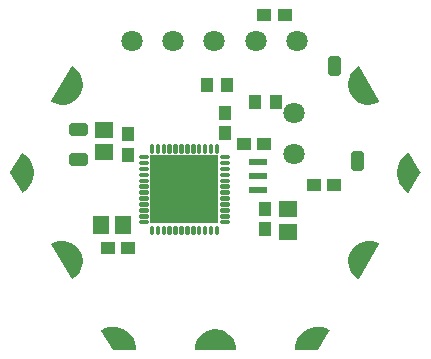
<source format=gbr>
G04 EAGLE Gerber RS-274X export*
G75*
%MOMM*%
%FSLAX34Y34*%
%LPD*%
%INSoldermask Bottom*%
%IPPOS*%
%AMOC8*
5,1,8,0,0,1.08239X$1,22.5*%
G01*
%ADD10R,1.201600X1.101600*%
%ADD11R,1.601600X1.401600*%
%ADD12C,0.225016*%
%ADD13R,5.801588X5.801588*%
%ADD14R,1.501597X0.501600*%
%ADD15R,1.101600X1.201600*%
%ADD16R,1.401600X1.601600*%
%ADD17C,0.605878*%
%ADD18C,1.101600*%
%ADD19C,1.801600*%

G36*
X363231Y195709D02*
X363231Y195709D01*
X363260Y195706D01*
X363327Y195728D01*
X363397Y195742D01*
X363421Y195759D01*
X363449Y195768D01*
X363502Y195815D01*
X363561Y195855D01*
X363577Y195879D01*
X363599Y195899D01*
X363630Y195963D01*
X363668Y196022D01*
X363673Y196051D01*
X363685Y196077D01*
X363694Y196177D01*
X363701Y196219D01*
X363698Y196229D01*
X363700Y196243D01*
X363468Y199041D01*
X363458Y199075D01*
X363454Y199123D01*
X362765Y201844D01*
X362750Y201876D01*
X362738Y201922D01*
X361610Y204494D01*
X361590Y204522D01*
X361571Y204566D01*
X360035Y206917D01*
X360011Y206941D01*
X359985Y206982D01*
X358083Y209047D01*
X358055Y209068D01*
X358022Y209103D01*
X355807Y210828D01*
X355776Y210843D01*
X355738Y210873D01*
X353268Y212209D01*
X353235Y212219D01*
X353193Y212242D01*
X352007Y212650D01*
X350553Y213149D01*
X350537Y213154D01*
X350503Y213159D01*
X350457Y213174D01*
X347688Y213636D01*
X347653Y213635D01*
X347606Y213643D01*
X344798Y213643D01*
X344764Y213636D01*
X344716Y213636D01*
X341947Y213174D01*
X341914Y213162D01*
X341867Y213154D01*
X339211Y212242D01*
X339181Y212225D01*
X339136Y212209D01*
X336666Y210873D01*
X336640Y210851D01*
X336597Y210828D01*
X334382Y209103D01*
X334359Y209077D01*
X334321Y209047D01*
X332419Y206982D01*
X332401Y206952D01*
X332369Y206917D01*
X330833Y204566D01*
X330820Y204534D01*
X330794Y204494D01*
X329666Y201922D01*
X329659Y201889D01*
X329656Y201882D01*
X329650Y201873D01*
X329649Y201867D01*
X329639Y201844D01*
X328950Y199123D01*
X328948Y199088D01*
X328936Y199041D01*
X328704Y196243D01*
X328708Y196214D01*
X328703Y196185D01*
X328720Y196116D01*
X328728Y196046D01*
X328742Y196020D01*
X328749Y195992D01*
X328791Y195935D01*
X328826Y195873D01*
X328850Y195855D01*
X328867Y195832D01*
X328928Y195796D01*
X328985Y195753D01*
X329013Y195745D01*
X329038Y195730D01*
X329136Y195714D01*
X329177Y195703D01*
X329188Y195705D01*
X329202Y195703D01*
X363202Y195703D01*
X363231Y195709D01*
G37*
G36*
X224809Y256012D02*
X224809Y256012D01*
X224880Y256009D01*
X224907Y256019D01*
X224936Y256021D01*
X225026Y256063D01*
X225066Y256078D01*
X225074Y256086D01*
X225087Y256092D01*
X227390Y257691D01*
X227414Y257717D01*
X227454Y257744D01*
X229463Y259701D01*
X229482Y259730D01*
X229517Y259763D01*
X231176Y262024D01*
X231191Y262055D01*
X231220Y262094D01*
X232484Y264597D01*
X232493Y264631D01*
X232515Y264674D01*
X233351Y267351D01*
X233354Y267385D01*
X233369Y267431D01*
X233752Y270210D01*
X233750Y270244D01*
X233756Y270292D01*
X233677Y273095D01*
X233669Y273129D01*
X233668Y273177D01*
X233129Y275929D01*
X233115Y275961D01*
X233106Y276009D01*
X232121Y278634D01*
X232106Y278659D01*
X232101Y278679D01*
X232093Y278690D01*
X232086Y278709D01*
X230682Y281137D01*
X230659Y281163D01*
X230635Y281205D01*
X228851Y283368D01*
X228824Y283390D01*
X228793Y283427D01*
X226677Y285268D01*
X226647Y285285D01*
X226611Y285317D01*
X224220Y286784D01*
X224188Y286795D01*
X224147Y286821D01*
X221548Y287874D01*
X221514Y287881D01*
X221469Y287899D01*
X218732Y288510D01*
X218697Y288511D01*
X218650Y288522D01*
X215850Y288674D01*
X215816Y288669D01*
X215768Y288672D01*
X212980Y288362D01*
X212947Y288351D01*
X212899Y288346D01*
X210201Y287581D01*
X210171Y287565D01*
X210124Y287552D01*
X207589Y286353D01*
X207565Y286336D01*
X207538Y286326D01*
X207486Y286277D01*
X207429Y286234D01*
X207415Y286209D01*
X207394Y286189D01*
X207365Y286124D01*
X207329Y286063D01*
X207326Y286034D01*
X207314Y286007D01*
X207313Y285936D01*
X207304Y285865D01*
X207312Y285837D01*
X207312Y285808D01*
X207346Y285715D01*
X207358Y285674D01*
X207365Y285665D01*
X207370Y285652D01*
X224370Y256252D01*
X224389Y256230D01*
X224402Y256204D01*
X224455Y256156D01*
X224502Y256103D01*
X224528Y256091D01*
X224550Y256071D01*
X224617Y256048D01*
X224681Y256018D01*
X224710Y256016D01*
X224738Y256007D01*
X224809Y256012D01*
G37*
G36*
X476588Y403735D02*
X476588Y403735D01*
X476636Y403732D01*
X479424Y404042D01*
X479457Y404053D01*
X479505Y404058D01*
X482203Y404823D01*
X482233Y404839D01*
X482280Y404852D01*
X484815Y406051D01*
X484839Y406068D01*
X484866Y406078D01*
X484918Y406127D01*
X484975Y406170D01*
X484989Y406195D01*
X485011Y406215D01*
X485039Y406280D01*
X485075Y406342D01*
X485078Y406370D01*
X485090Y406397D01*
X485091Y406468D01*
X485100Y406539D01*
X485092Y406567D01*
X485092Y406596D01*
X485058Y406689D01*
X485046Y406730D01*
X485039Y406739D01*
X485034Y406752D01*
X468034Y436152D01*
X468015Y436174D01*
X468002Y436200D01*
X467949Y436248D01*
X467902Y436301D01*
X467876Y436313D01*
X467854Y436333D01*
X467787Y436356D01*
X467723Y436386D01*
X467694Y436388D01*
X467666Y436397D01*
X467595Y436392D01*
X467524Y436395D01*
X467497Y436385D01*
X467468Y436383D01*
X467378Y436341D01*
X467338Y436326D01*
X467330Y436318D01*
X467317Y436312D01*
X465014Y434713D01*
X464990Y434688D01*
X464950Y434660D01*
X462941Y432703D01*
X462922Y432674D01*
X462887Y432641D01*
X461228Y430380D01*
X461213Y430349D01*
X461184Y430310D01*
X459920Y427807D01*
X459911Y427773D01*
X459889Y427730D01*
X459053Y425053D01*
X459050Y425019D01*
X459035Y424973D01*
X458652Y422194D01*
X458654Y422160D01*
X458648Y422112D01*
X458727Y419309D01*
X458735Y419275D01*
X458736Y419227D01*
X459275Y416475D01*
X459289Y416443D01*
X459298Y416395D01*
X460283Y413770D01*
X460301Y413740D01*
X460318Y413695D01*
X461722Y411267D01*
X461745Y411241D01*
X461769Y411200D01*
X463553Y409036D01*
X463580Y409014D01*
X463611Y408977D01*
X465727Y407136D01*
X465757Y407119D01*
X465793Y407088D01*
X468184Y405620D01*
X468216Y405609D01*
X468257Y405583D01*
X470856Y404530D01*
X470890Y404523D01*
X470935Y404505D01*
X473672Y403894D01*
X473707Y403893D01*
X473754Y403882D01*
X476554Y403730D01*
X476588Y403735D01*
G37*
G36*
X467628Y256013D02*
X467628Y256013D01*
X467699Y256012D01*
X467726Y256023D01*
X467755Y256027D01*
X467817Y256061D01*
X467882Y256089D01*
X467903Y256110D01*
X467928Y256124D01*
X467991Y256200D01*
X468021Y256231D01*
X468025Y256241D01*
X468034Y256252D01*
X485034Y285652D01*
X485043Y285680D01*
X485060Y285704D01*
X485075Y285773D01*
X485097Y285841D01*
X485095Y285870D01*
X485101Y285898D01*
X485088Y285968D01*
X485082Y286039D01*
X485069Y286065D01*
X485063Y286093D01*
X485023Y286152D01*
X484991Y286215D01*
X484968Y286234D01*
X484952Y286258D01*
X484870Y286315D01*
X484837Y286342D01*
X484827Y286345D01*
X484815Y286353D01*
X482280Y287552D01*
X482246Y287560D01*
X482203Y287581D01*
X479505Y288346D01*
X479470Y288348D01*
X479424Y288362D01*
X476636Y288672D01*
X476602Y288669D01*
X476554Y288674D01*
X473754Y288522D01*
X473720Y288513D01*
X473672Y288510D01*
X470935Y287899D01*
X470903Y287885D01*
X470856Y287874D01*
X468257Y286821D01*
X468228Y286802D01*
X468184Y286784D01*
X465793Y285317D01*
X465768Y285293D01*
X465727Y285268D01*
X463611Y283427D01*
X463590Y283400D01*
X463553Y283368D01*
X461769Y281205D01*
X461753Y281174D01*
X461722Y281137D01*
X460318Y278709D01*
X460307Y278676D01*
X460300Y278663D01*
X460290Y278649D01*
X460290Y278646D01*
X460283Y278634D01*
X459298Y276009D01*
X459292Y275974D01*
X459275Y275929D01*
X458736Y273177D01*
X458736Y273143D01*
X458727Y273095D01*
X458648Y270292D01*
X458654Y270258D01*
X458652Y270210D01*
X459035Y267431D01*
X459047Y267399D01*
X459053Y267351D01*
X459889Y264674D01*
X459906Y264643D01*
X459920Y264597D01*
X461184Y262094D01*
X461206Y262067D01*
X461228Y262024D01*
X462887Y259763D01*
X462913Y259740D01*
X462941Y259701D01*
X464950Y257744D01*
X464979Y257725D01*
X465014Y257691D01*
X467317Y256092D01*
X467344Y256080D01*
X467367Y256062D01*
X467435Y256041D01*
X467500Y256013D01*
X467529Y256013D01*
X467557Y256005D01*
X467628Y256013D01*
G37*
G36*
X218650Y403882D02*
X218650Y403882D01*
X218684Y403891D01*
X218732Y403894D01*
X221469Y404505D01*
X221501Y404519D01*
X221548Y404530D01*
X224147Y405583D01*
X224176Y405602D01*
X224220Y405620D01*
X226611Y407088D01*
X226636Y407111D01*
X226677Y407136D01*
X228793Y408977D01*
X228814Y409004D01*
X228851Y409036D01*
X230635Y411200D01*
X230651Y411230D01*
X230682Y411267D01*
X232086Y413695D01*
X232097Y413728D01*
X232121Y413770D01*
X233106Y416395D01*
X233112Y416430D01*
X233129Y416475D01*
X233668Y419227D01*
X233668Y419262D01*
X233677Y419309D01*
X233756Y422112D01*
X233751Y422146D01*
X233752Y422194D01*
X233369Y424973D01*
X233357Y425005D01*
X233351Y425053D01*
X232515Y427730D01*
X232498Y427761D01*
X232484Y427807D01*
X231220Y430310D01*
X231198Y430337D01*
X231176Y430380D01*
X229517Y432641D01*
X229491Y432664D01*
X229463Y432703D01*
X227454Y434660D01*
X227425Y434679D01*
X227390Y434713D01*
X225087Y436312D01*
X225060Y436324D01*
X225037Y436342D01*
X224969Y436363D01*
X224904Y436391D01*
X224875Y436391D01*
X224847Y436399D01*
X224776Y436391D01*
X224705Y436392D01*
X224678Y436381D01*
X224649Y436377D01*
X224587Y436343D01*
X224522Y436315D01*
X224501Y436294D01*
X224476Y436280D01*
X224413Y436204D01*
X224383Y436173D01*
X224379Y436163D01*
X224370Y436152D01*
X207370Y406752D01*
X207361Y406724D01*
X207344Y406700D01*
X207329Y406631D01*
X207307Y406563D01*
X207309Y406534D01*
X207303Y406506D01*
X207316Y406436D01*
X207322Y406365D01*
X207335Y406339D01*
X207341Y406311D01*
X207381Y406252D01*
X207413Y406189D01*
X207436Y406170D01*
X207452Y406146D01*
X207534Y406089D01*
X207567Y406062D01*
X207577Y406059D01*
X207589Y406051D01*
X210124Y404852D01*
X210158Y404844D01*
X210201Y404823D01*
X212899Y404058D01*
X212934Y404056D01*
X212980Y404042D01*
X215768Y403732D01*
X215802Y403735D01*
X215850Y403730D01*
X218650Y403882D01*
G37*
G36*
X509929Y329213D02*
X509929Y329213D01*
X510000Y329213D01*
X510027Y329224D01*
X510056Y329227D01*
X510118Y329262D01*
X510183Y329290D01*
X510204Y329310D01*
X510229Y329325D01*
X510292Y329402D01*
X510322Y329432D01*
X510326Y329442D01*
X510335Y329453D01*
X519835Y345953D01*
X519845Y345985D01*
X519854Y345998D01*
X519858Y346022D01*
X519859Y346026D01*
X519890Y346096D01*
X519890Y346120D01*
X519898Y346142D01*
X519892Y346218D01*
X519893Y346295D01*
X519883Y346319D01*
X519882Y346340D01*
X519861Y346379D01*
X519835Y346451D01*
X510335Y362951D01*
X510316Y362973D01*
X510303Y362999D01*
X510250Y363047D01*
X510203Y363100D01*
X510177Y363113D01*
X510156Y363132D01*
X510088Y363155D01*
X510024Y363186D01*
X509995Y363188D01*
X509968Y363197D01*
X509896Y363192D01*
X509825Y363195D01*
X509798Y363185D01*
X509769Y363183D01*
X509679Y363141D01*
X509639Y363126D01*
X509631Y363119D01*
X509618Y363113D01*
X507095Y361371D01*
X507071Y361347D01*
X507033Y361320D01*
X504821Y359196D01*
X504802Y359168D01*
X504768Y359136D01*
X502926Y356685D01*
X502912Y356654D01*
X502883Y356617D01*
X501458Y353902D01*
X501449Y353871D01*
X501433Y353846D01*
X501432Y353838D01*
X501427Y353828D01*
X500456Y350920D01*
X500452Y350886D01*
X500437Y350842D01*
X499945Y347815D01*
X499946Y347781D01*
X499938Y347735D01*
X499938Y344669D01*
X499939Y344665D01*
X499939Y344663D01*
X499945Y344636D01*
X499945Y344589D01*
X500437Y341562D01*
X500449Y341531D01*
X500456Y341484D01*
X501427Y338576D01*
X501444Y338547D01*
X501458Y338502D01*
X502883Y335787D01*
X502905Y335761D01*
X502926Y335719D01*
X504768Y333268D01*
X504793Y333245D01*
X504821Y333208D01*
X507033Y331084D01*
X507061Y331066D01*
X507095Y331033D01*
X509618Y329291D01*
X509645Y329280D01*
X509667Y329261D01*
X509736Y329241D01*
X509801Y329213D01*
X509830Y329213D01*
X509858Y329205D01*
X509929Y329213D01*
G37*
G36*
X182508Y329212D02*
X182508Y329212D01*
X182579Y329209D01*
X182606Y329219D01*
X182635Y329221D01*
X182725Y329263D01*
X182765Y329278D01*
X182773Y329285D01*
X182786Y329291D01*
X185309Y331033D01*
X185333Y331057D01*
X185371Y331084D01*
X187583Y333208D01*
X187602Y333236D01*
X187636Y333268D01*
X189478Y335719D01*
X189492Y335750D01*
X189521Y335787D01*
X190946Y338502D01*
X190955Y338535D01*
X190977Y338576D01*
X191948Y341484D01*
X191952Y341518D01*
X191967Y341562D01*
X192459Y344589D01*
X192458Y344623D01*
X192466Y344669D01*
X192466Y347735D01*
X192459Y347768D01*
X192459Y347815D01*
X191967Y350842D01*
X191955Y350873D01*
X191948Y350920D01*
X190977Y353828D01*
X190964Y353851D01*
X190958Y353876D01*
X190951Y353885D01*
X190946Y353902D01*
X189521Y356617D01*
X189499Y356643D01*
X189478Y356685D01*
X187636Y359136D01*
X187611Y359159D01*
X187583Y359196D01*
X185371Y361320D01*
X185343Y361338D01*
X185309Y361371D01*
X182786Y363113D01*
X182759Y363124D01*
X182737Y363143D01*
X182668Y363163D01*
X182603Y363191D01*
X182574Y363191D01*
X182546Y363199D01*
X182475Y363191D01*
X182404Y363192D01*
X182377Y363180D01*
X182348Y363177D01*
X182286Y363142D01*
X182221Y363114D01*
X182200Y363094D01*
X182175Y363079D01*
X182112Y363002D01*
X182082Y362972D01*
X182078Y362962D01*
X182069Y362951D01*
X172569Y346451D01*
X172545Y346378D01*
X172514Y346308D01*
X172514Y346284D01*
X172506Y346262D01*
X172513Y346186D01*
X172512Y346109D01*
X172521Y346085D01*
X172522Y346064D01*
X172543Y346025D01*
X172562Y345973D01*
X172563Y345967D01*
X172565Y345965D01*
X172569Y345953D01*
X182069Y329453D01*
X182088Y329431D01*
X182101Y329405D01*
X182154Y329357D01*
X182201Y329304D01*
X182227Y329291D01*
X182249Y329272D01*
X182316Y329249D01*
X182380Y329218D01*
X182409Y329217D01*
X182436Y329207D01*
X182508Y329212D01*
G37*
G36*
X432878Y195718D02*
X432878Y195718D01*
X432956Y195727D01*
X432975Y195738D01*
X432997Y195742D01*
X433061Y195786D01*
X433129Y195825D01*
X433145Y195844D01*
X433161Y195855D01*
X433185Y195893D01*
X433235Y195953D01*
X442735Y212453D01*
X442744Y212480D01*
X442760Y212504D01*
X442775Y212574D01*
X442798Y212642D01*
X442795Y212670D01*
X442801Y212698D01*
X442788Y212769D01*
X442782Y212840D01*
X442769Y212865D01*
X442763Y212893D01*
X442723Y212953D01*
X442690Y213016D01*
X442668Y213034D01*
X442652Y213058D01*
X442569Y213116D01*
X442537Y213143D01*
X442526Y213146D01*
X442516Y213153D01*
X439750Y214462D01*
X439717Y214470D01*
X439674Y214490D01*
X436734Y215338D01*
X436700Y215341D01*
X436656Y215354D01*
X433618Y215719D01*
X433584Y215716D01*
X433537Y215722D01*
X430480Y215595D01*
X430447Y215587D01*
X430400Y215586D01*
X427403Y214970D01*
X427372Y214957D01*
X427326Y214948D01*
X424466Y213859D01*
X424438Y213841D01*
X424394Y213825D01*
X421746Y212291D01*
X421720Y212269D01*
X421680Y212246D01*
X419312Y210308D01*
X419290Y210281D01*
X419254Y210252D01*
X417227Y207959D01*
X417211Y207930D01*
X417179Y207895D01*
X415547Y205307D01*
X415535Y205275D01*
X415510Y205236D01*
X414314Y202419D01*
X414307Y202386D01*
X414304Y202379D01*
X414300Y202373D01*
X414299Y202367D01*
X414288Y202343D01*
X413560Y199371D01*
X413558Y199337D01*
X413547Y199292D01*
X413304Y196242D01*
X413308Y196213D01*
X413303Y196185D01*
X413320Y196116D01*
X413328Y196044D01*
X413343Y196020D01*
X413349Y195992D01*
X413392Y195934D01*
X413428Y195872D01*
X413450Y195855D01*
X413467Y195832D01*
X413529Y195795D01*
X413586Y195752D01*
X413614Y195745D01*
X413638Y195730D01*
X413738Y195714D01*
X413779Y195703D01*
X413789Y195705D01*
X413802Y195703D01*
X432802Y195703D01*
X432878Y195718D01*
G37*
G36*
X278630Y195708D02*
X278630Y195708D01*
X278658Y195706D01*
X278726Y195728D01*
X278797Y195742D01*
X278820Y195758D01*
X278847Y195767D01*
X278902Y195814D01*
X278961Y195855D01*
X278976Y195879D01*
X278998Y195897D01*
X279029Y195962D01*
X279068Y196022D01*
X279073Y196050D01*
X279085Y196076D01*
X279094Y196177D01*
X279101Y196219D01*
X279099Y196229D01*
X279100Y196242D01*
X278857Y199292D01*
X278848Y199324D01*
X278844Y199371D01*
X278116Y202343D01*
X278101Y202374D01*
X278090Y202419D01*
X276894Y205236D01*
X276875Y205264D01*
X276857Y205307D01*
X275225Y207895D01*
X275201Y207919D01*
X275177Y207959D01*
X273150Y210252D01*
X273123Y210272D01*
X273092Y210308D01*
X270725Y212246D01*
X270694Y212262D01*
X270658Y212291D01*
X268010Y213825D01*
X267978Y213835D01*
X267938Y213859D01*
X265078Y214948D01*
X265045Y214953D01*
X265001Y214970D01*
X262004Y215586D01*
X261970Y215586D01*
X261924Y215595D01*
X258867Y215722D01*
X258833Y215717D01*
X258786Y215719D01*
X255748Y215354D01*
X255716Y215343D01*
X255670Y215338D01*
X252730Y214490D01*
X252700Y214474D01*
X252655Y214462D01*
X249889Y213153D01*
X249866Y213136D01*
X249839Y213126D01*
X249787Y213077D01*
X249729Y213034D01*
X249715Y213009D01*
X249694Y212990D01*
X249665Y212924D01*
X249629Y212862D01*
X249626Y212834D01*
X249614Y212808D01*
X249613Y212736D01*
X249604Y212665D01*
X249612Y212638D01*
X249612Y212609D01*
X249647Y212514D01*
X249658Y212474D01*
X249665Y212465D01*
X249669Y212453D01*
X259169Y195953D01*
X259221Y195895D01*
X259267Y195832D01*
X259286Y195821D01*
X259301Y195804D01*
X259371Y195770D01*
X259438Y195730D01*
X259463Y195726D01*
X259480Y195718D01*
X259525Y195716D01*
X259602Y195703D01*
X278602Y195703D01*
X278630Y195708D01*
G37*
D10*
X429650Y335879D03*
X446650Y335879D03*
D11*
X407748Y296190D03*
X407748Y315190D03*
D12*
X351149Y359099D02*
X351149Y360365D01*
X356915Y360365D01*
X356915Y359099D01*
X351149Y359099D01*
X351149Y355365D02*
X351149Y354099D01*
X351149Y355365D02*
X356915Y355365D01*
X356915Y354099D01*
X351149Y354099D01*
X351149Y350365D02*
X351149Y349099D01*
X351149Y350365D02*
X356915Y350365D01*
X356915Y349099D01*
X351149Y349099D01*
X351149Y345365D02*
X351149Y344099D01*
X351149Y345365D02*
X356915Y345365D01*
X356915Y344099D01*
X351149Y344099D01*
X351149Y340365D02*
X351149Y339099D01*
X351149Y340365D02*
X356915Y340365D01*
X356915Y339099D01*
X351149Y339099D01*
X351149Y335365D02*
X351149Y334099D01*
X351149Y335365D02*
X356915Y335365D01*
X356915Y334099D01*
X351149Y334099D01*
X351149Y330365D02*
X351149Y329099D01*
X351149Y330365D02*
X356915Y330365D01*
X356915Y329099D01*
X351149Y329099D01*
X351149Y325365D02*
X351149Y324099D01*
X351149Y325365D02*
X356915Y325365D01*
X356915Y324099D01*
X351149Y324099D01*
X351149Y320365D02*
X351149Y319099D01*
X351149Y320365D02*
X356915Y320365D01*
X356915Y319099D01*
X351149Y319099D01*
X351149Y315365D02*
X351149Y314099D01*
X351149Y315365D02*
X356915Y315365D01*
X356915Y314099D01*
X351149Y314099D01*
X351149Y310365D02*
X351149Y309099D01*
X351149Y310365D02*
X356915Y310365D01*
X356915Y309099D01*
X351149Y309099D01*
X351149Y305365D02*
X351149Y304099D01*
X351149Y305365D02*
X356915Y305365D01*
X356915Y304099D01*
X351149Y304099D01*
X347665Y300615D02*
X346399Y300615D01*
X347665Y300615D02*
X347665Y294849D01*
X346399Y294849D01*
X346399Y300615D01*
X346399Y296986D02*
X347665Y296986D01*
X347665Y299123D02*
X346399Y299123D01*
X342665Y300615D02*
X341399Y300615D01*
X342665Y300615D02*
X342665Y294849D01*
X341399Y294849D01*
X341399Y300615D01*
X341399Y296986D02*
X342665Y296986D01*
X342665Y299123D02*
X341399Y299123D01*
X337665Y300615D02*
X336399Y300615D01*
X337665Y300615D02*
X337665Y294849D01*
X336399Y294849D01*
X336399Y300615D01*
X336399Y296986D02*
X337665Y296986D01*
X337665Y299123D02*
X336399Y299123D01*
X332665Y300615D02*
X331399Y300615D01*
X332665Y300615D02*
X332665Y294849D01*
X331399Y294849D01*
X331399Y300615D01*
X331399Y296986D02*
X332665Y296986D01*
X332665Y299123D02*
X331399Y299123D01*
X327665Y300615D02*
X326399Y300615D01*
X327665Y300615D02*
X327665Y294849D01*
X326399Y294849D01*
X326399Y300615D01*
X326399Y296986D02*
X327665Y296986D01*
X327665Y299123D02*
X326399Y299123D01*
X322665Y300615D02*
X321399Y300615D01*
X322665Y300615D02*
X322665Y294849D01*
X321399Y294849D01*
X321399Y300615D01*
X321399Y296986D02*
X322665Y296986D01*
X322665Y299123D02*
X321399Y299123D01*
X317665Y300615D02*
X316399Y300615D01*
X317665Y300615D02*
X317665Y294849D01*
X316399Y294849D01*
X316399Y300615D01*
X316399Y296986D02*
X317665Y296986D01*
X317665Y299123D02*
X316399Y299123D01*
X312665Y300615D02*
X311399Y300615D01*
X312665Y300615D02*
X312665Y294849D01*
X311399Y294849D01*
X311399Y300615D01*
X311399Y296986D02*
X312665Y296986D01*
X312665Y299123D02*
X311399Y299123D01*
X307665Y300615D02*
X306399Y300615D01*
X307665Y300615D02*
X307665Y294849D01*
X306399Y294849D01*
X306399Y300615D01*
X306399Y296986D02*
X307665Y296986D01*
X307665Y299123D02*
X306399Y299123D01*
X302665Y300615D02*
X301399Y300615D01*
X302665Y300615D02*
X302665Y294849D01*
X301399Y294849D01*
X301399Y300615D01*
X301399Y296986D02*
X302665Y296986D01*
X302665Y299123D02*
X301399Y299123D01*
X297665Y300615D02*
X296399Y300615D01*
X297665Y300615D02*
X297665Y294849D01*
X296399Y294849D01*
X296399Y300615D01*
X296399Y296986D02*
X297665Y296986D01*
X297665Y299123D02*
X296399Y299123D01*
X292665Y300615D02*
X291399Y300615D01*
X292665Y300615D02*
X292665Y294849D01*
X291399Y294849D01*
X291399Y300615D01*
X291399Y296986D02*
X292665Y296986D01*
X292665Y299123D02*
X291399Y299123D01*
X287915Y304099D02*
X287915Y305365D01*
X287915Y304099D02*
X282149Y304099D01*
X282149Y305365D01*
X287915Y305365D01*
X287915Y309099D02*
X287915Y310365D01*
X287915Y309099D02*
X282149Y309099D01*
X282149Y310365D01*
X287915Y310365D01*
X287915Y314099D02*
X287915Y315365D01*
X287915Y314099D02*
X282149Y314099D01*
X282149Y315365D01*
X287915Y315365D01*
X287915Y319099D02*
X287915Y320365D01*
X287915Y319099D02*
X282149Y319099D01*
X282149Y320365D01*
X287915Y320365D01*
X287915Y324099D02*
X287915Y325365D01*
X287915Y324099D02*
X282149Y324099D01*
X282149Y325365D01*
X287915Y325365D01*
X287915Y329099D02*
X287915Y330365D01*
X287915Y329099D02*
X282149Y329099D01*
X282149Y330365D01*
X287915Y330365D01*
X287915Y334099D02*
X287915Y335365D01*
X287915Y334099D02*
X282149Y334099D01*
X282149Y335365D01*
X287915Y335365D01*
X287915Y339099D02*
X287915Y340365D01*
X287915Y339099D02*
X282149Y339099D01*
X282149Y340365D01*
X287915Y340365D01*
X287915Y344099D02*
X287915Y345365D01*
X287915Y344099D02*
X282149Y344099D01*
X282149Y345365D01*
X287915Y345365D01*
X287915Y349099D02*
X287915Y350365D01*
X287915Y349099D02*
X282149Y349099D01*
X282149Y350365D01*
X287915Y350365D01*
X287915Y354099D02*
X287915Y355365D01*
X287915Y354099D02*
X282149Y354099D01*
X282149Y355365D01*
X287915Y355365D01*
X287915Y359099D02*
X287915Y360365D01*
X287915Y359099D02*
X282149Y359099D01*
X282149Y360365D01*
X287915Y360365D01*
X291399Y363849D02*
X292665Y363849D01*
X291399Y363849D02*
X291399Y369615D01*
X292665Y369615D01*
X292665Y363849D01*
X292665Y365986D02*
X291399Y365986D01*
X291399Y368123D02*
X292665Y368123D01*
X296399Y363849D02*
X297665Y363849D01*
X296399Y363849D02*
X296399Y369615D01*
X297665Y369615D01*
X297665Y363849D01*
X297665Y365986D02*
X296399Y365986D01*
X296399Y368123D02*
X297665Y368123D01*
X301399Y363849D02*
X302665Y363849D01*
X301399Y363849D02*
X301399Y369615D01*
X302665Y369615D01*
X302665Y363849D01*
X302665Y365986D02*
X301399Y365986D01*
X301399Y368123D02*
X302665Y368123D01*
X306399Y363849D02*
X307665Y363849D01*
X306399Y363849D02*
X306399Y369615D01*
X307665Y369615D01*
X307665Y363849D01*
X307665Y365986D02*
X306399Y365986D01*
X306399Y368123D02*
X307665Y368123D01*
X311399Y363849D02*
X312665Y363849D01*
X311399Y363849D02*
X311399Y369615D01*
X312665Y369615D01*
X312665Y363849D01*
X312665Y365986D02*
X311399Y365986D01*
X311399Y368123D02*
X312665Y368123D01*
X316399Y363849D02*
X317665Y363849D01*
X316399Y363849D02*
X316399Y369615D01*
X317665Y369615D01*
X317665Y363849D01*
X317665Y365986D02*
X316399Y365986D01*
X316399Y368123D02*
X317665Y368123D01*
X321399Y363849D02*
X322665Y363849D01*
X321399Y363849D02*
X321399Y369615D01*
X322665Y369615D01*
X322665Y363849D01*
X322665Y365986D02*
X321399Y365986D01*
X321399Y368123D02*
X322665Y368123D01*
X326399Y363849D02*
X327665Y363849D01*
X326399Y363849D02*
X326399Y369615D01*
X327665Y369615D01*
X327665Y363849D01*
X327665Y365986D02*
X326399Y365986D01*
X326399Y368123D02*
X327665Y368123D01*
X331399Y363849D02*
X332665Y363849D01*
X331399Y363849D02*
X331399Y369615D01*
X332665Y369615D01*
X332665Y363849D01*
X332665Y365986D02*
X331399Y365986D01*
X331399Y368123D02*
X332665Y368123D01*
X336399Y363849D02*
X337665Y363849D01*
X336399Y363849D02*
X336399Y369615D01*
X337665Y369615D01*
X337665Y363849D01*
X337665Y365986D02*
X336399Y365986D01*
X336399Y368123D02*
X337665Y368123D01*
X341399Y363849D02*
X342665Y363849D01*
X341399Y363849D02*
X341399Y369615D01*
X342665Y369615D01*
X342665Y363849D01*
X342665Y365986D02*
X341399Y365986D01*
X341399Y368123D02*
X342665Y368123D01*
X346399Y363849D02*
X347665Y363849D01*
X346399Y363849D02*
X346399Y369615D01*
X347665Y369615D01*
X347665Y363849D01*
X347665Y365986D02*
X346399Y365986D01*
X346399Y368123D02*
X347665Y368123D01*
D13*
X319532Y332232D03*
D14*
X382456Y355662D03*
X382456Y343662D03*
X382456Y331662D03*
D15*
X339300Y420624D03*
X356300Y420624D03*
D11*
X251714Y382433D03*
X251714Y363433D03*
D16*
X268072Y302006D03*
X249072Y302006D03*
D15*
X388366Y298486D03*
X388366Y315486D03*
X272034Y378578D03*
X272034Y361578D03*
D10*
X271898Y282702D03*
X254898Y282702D03*
D15*
X354584Y380120D03*
X354584Y397120D03*
D10*
X370722Y370840D03*
X387722Y370840D03*
D17*
X235349Y355153D02*
X224391Y355153D01*
X224391Y360111D01*
X235349Y360111D01*
X235349Y355153D01*
X235349Y385511D02*
X224391Y385511D01*
X235349Y385511D02*
X235349Y380553D01*
X224391Y380553D01*
X224391Y385511D01*
X444053Y431401D02*
X444053Y442359D01*
X449011Y442359D01*
X449011Y431401D01*
X444053Y431401D01*
X444053Y437157D02*
X449011Y437157D01*
X463611Y361841D02*
X463611Y350883D01*
X463611Y361841D02*
X468569Y361841D01*
X468569Y350883D01*
X463611Y350883D01*
X463611Y356639D02*
X468569Y356639D01*
D18*
X511402Y346202D03*
X428802Y203102D03*
X263602Y203102D03*
X181002Y346202D03*
X470102Y417702D03*
X470102Y274702D03*
X346202Y203102D03*
X222302Y274702D03*
X222302Y417702D03*
D10*
X404740Y480060D03*
X387740Y480060D03*
D19*
X275290Y458010D03*
X310290Y458010D03*
X345290Y458010D03*
X380290Y458010D03*
X415290Y458010D03*
X412830Y396950D03*
X412830Y361950D03*
D15*
X380120Y406400D03*
X397120Y406400D03*
M02*

</source>
